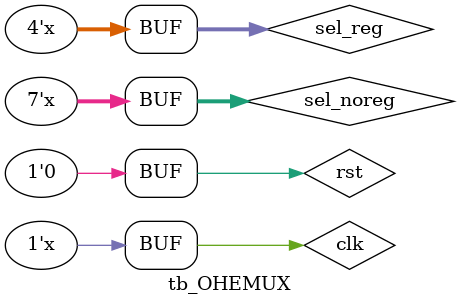
<source format=v>
module SimpleMux(
	sel,
	out,
	in
	);
parameter NUM_INPUTS = 4;
parameter DATA_SIZE = 8;

localparam SEL = $clog(NUM_INPUTS);

input [SEL-1:0] sel;
input [(NUM_INPUTS*DATA_SIZE)-1:0] in;
output reg [DATA_SIZE-1:0] out;
integer idx;
always @(*) begin
	out = in[0+:DATA_SIZE];
	for (idx=1;idx<NUM_INPUTS;idx=idx+1) begin
		if (sel == idx) 
			out = in[(idx*DATA_SIZE)+:DATA_SIZE];
	end
end
endmodule


module OHEMux(
	clk,
	rst,
	sel,
	in,
	out
	);
parameter REGISTERED = 0;
parameter NUM_INPUTS = 4;
parameter DATA_SIZE = 8;
input clk;
input rst;
input [NUM_INPUTS-1:0] sel;
input [(NUM_INPUTS*DATA_SIZE)-1:0] in;
output reg [DATA_SIZE-1:0] out;
reg [DATA_SIZE-1:0] out_int;
integer i;
always @(*) begin
	out_int = in[0+:DATA_SIZE];
	for (i=1;i<NUM_INPUTS;i=i+1) begin
		if (sel[i]) 
			out_int = in[(i*DATA_SIZE)+:DATA_SIZE];
	end
end
generate 
	if (REGISTERED) begin
		always @(posedge clk) begin
			if (rst)
				out <= 0;
			else
				out <= out_int;	
			
		end
	end else begin
		always @(*)
			out = out_int;
	end
endgenerate
endmodule


module OHEDemux(
	sel,
	in,
	out
	);
parameter NUM_OUTPUTS = 4;
parameter DATA_SIZE = 1;
input [NUM_OUTPUTS-1:0] sel;
input [DATA_SIZE-1:0] in;
output reg [(NUM_OUTPUTS*DATA_SIZE)-1:0] out;
integer i;
always @(*) begin
	out = 0;
	for (i=0;i<NUM_OUTPUTS;i=i+1) begin
		if (sel[i]) 
			out[(i*DATA_SIZE)+:DATA_SIZE]= in;
	end
end
endmodule



/////////////////////////////////////////////////////

module tb_OHEDemux;

reg [7:0] sel;
wire [3:0] out;


reg clk;
reg rst;

initial begin
	clk = 0;
	rst = 1;
	sel = 0;
	#100;
	rst = 0;
	#100;
	sel= 1;
end

always #5 clk = ~clk;

always #500 sel = {sel[6:0],sel[7]};

OHEDemux 
#(.NUM_OUTPUTS(8), .DATA_SIZE(8))
uut(
	.clk(clk),
	.rst(rst),

	.sel(sel),
	.in(10),
	.out(out)
	);
endmodule



module tb_OHEMUX;
reg [3:0] sel_reg;
wire [7:0] out_reg;


reg [6:0] sel_noreg;
wire [4:0] out_noreg;


reg clk;
reg rst;

initial begin
	clk = 0;
	rst = 1;
	sel_reg = 0;
	sel_noreg = 0;
	#100;
	rst = 0;
	#100;
	sel_reg = 1;
	sel_noreg = 64;
end

always #5 clk = ~clk;

always #500 sel_noreg = {sel_noreg[5:0],sel_noreg[6]};
always #700 sel_reg = {sel_reg[0],sel_reg[3:1]};

OHEMux 
#(.REGISTERED(1), .NUM_INPUTS(4), .DATA_SIZE(8))
uut_reg(
	.clk(clk),
	.rst(rst),

	.sel(sel_reg),
	.in({8'd33,8'd1,8'd123,8'd255}),
	.out(out_reg)
	);


OHEMux 
#(.REGISTERED(0), .NUM_INPUTS(7), .DATA_SIZE(5))
uut_noreg(
	.clk(clk),
	.rst(rst),

	.sel(sel_noreg),
	.in({5'd7,5'd6,5'd5,5'd4,5'd3,5'd2,5'd1}),
	.out(out_noreg)
	);






endmodule






</source>
